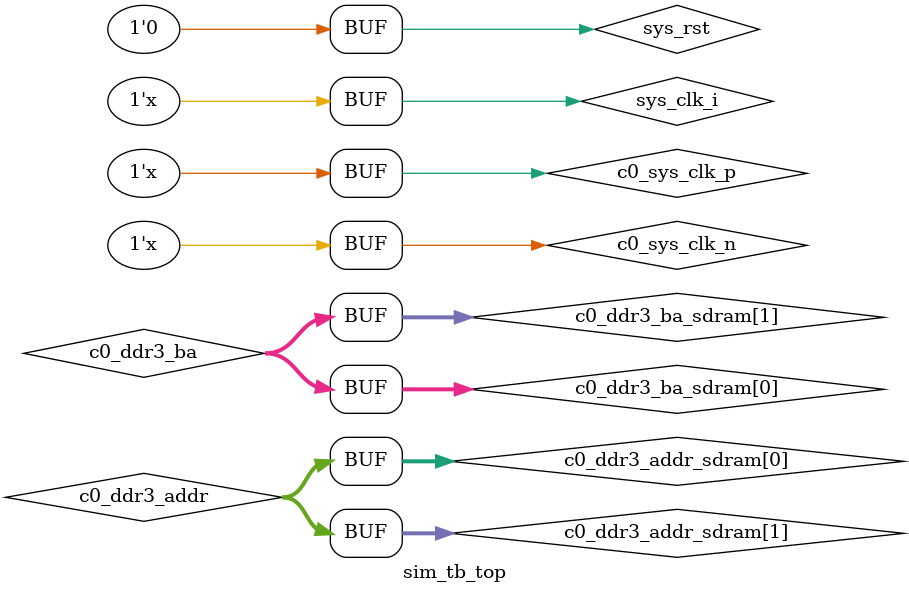
<source format=sv>


/******************************************************************************
// (c) Copyright 2013 - 2014 Xilinx, Inc. All rights reserved.
//
// This file contains confidential and proprietary information
// of Xilinx, Inc. and is protected under U.S. and
// international copyright and other intellectual property
// laws.
//
// DISCLAIMER
// This disclaimer is not a license and does not grant any
// rights to the materials distributed herewith. Except as
// otherwise provided in a valid license issued to you by
// Xilinx, and to the maximum extent permitted by applicable
// law: (1) THESE MATERIALS ARE MADE AVAILABLE "AS IS" AND
// WITH ALL FAULTS, AND XILINX HEREBY DISCLAIMS ALL WARRANTIES
// AND CONDITIONS, EXPRESS, IMPLIED, OR STATUTORY, INCLUDING
// BUT NOT LIMITED TO WARRANTIES OF MERCHANTABILITY, NON-
// INFRINGEMENT, OR FITNESS FOR ANY PARTICULAR PURPOSE; and
// (2) Xilinx shall not be liable (whether in contract or tort,
// including negligence, or under any other theory of
// liability) for any loss or damage of any kind or nature
// related to, arising under or in connection with these
// materials, including for any direct, or any indirect,
// special, incidental, or consequential loss or damage
// (including loss of data, profits, goodwill, or any type of
// loss or damage suffered as a result of any action brought
// by a third party) even if such damage or loss was
// reasonably foreseeable or Xilinx had been advised of the
// possibility of the same.
//
// CRITICAL APPLICATIONS
// Xilinx products are not designed or intended to be fail-
// safe, or for use in any application requiring fail-safe
// performance, such as life-support or safety devices or
// systems, Class III medical devices, nuclear facilities,
// applications related to the deployment of airbags, or any
// other applications that could lead to death, personal
// injury, or severe property or environmental damage
// (individually and collectively, "Critical
// Applications"). Customer assumes the sole risk and
// liability of any use of Xilinx products in Critical
// Applications, subject only to applicable laws and
// regulations governing limitations on product liability.
//
// THIS COPYRIGHT NOTICE AND DISCLAIMER MUST BE RETAINED AS
// PART OF THIS FILE AT ALL TIMES.
******************************************************************************/
//   ____  ____
//  /   /\/   /
// /___/  \  /    Vendor             : Xilinx
// \   \   \/     Version            : 1.0
//  \   \         Application        : MIG
//  /   /         Filename           : sim_tb_top.sv
// /___/   /\     Date Last Modified : $Date: 2014/09/03 $
// \   \  /  \    Date Created       : Thu Apr 18 2013
//  \___\/\___\
//
// Device           : UltraScale
// Design Name      : DDR3_SDRAM
// Purpose          :
//                   Top-level testbench for testing Memory interface.
//                   Instantiates:
//                     1. IP_TOP (top-level representing FPGA, contains core,
//                        clocking, built-in testbench/memory checker and other
//                        support structures)
//                     2. Memory Model
//                     3. Miscellaneous clock generation and reset logic
// Reference        :
// Revision History :
//*****************************************************************************

`timescale 1ps/1ps

`ifdef XILINX_SIMULATOR
module short(in1, in1);
inout in1;
endmodule
`endif

module sim_tb_top;

  localparam ADDR_WIDTH                = 16;
  localparam DQ_WIDTH                  = 64;
  localparam DQS_WIDTH                 = 8;
  localparam DM_WIDTH                  = 8;
  localparam DRAM_WIDTH                = 8;
  localparam RANK_WIDTH                = 1;
  localparam tCK                       = 1250 ; //DDR3 interface clock period in ps
  localparam real SYSCLK_PERIOD        = tCK;
  localparam NUM_PHYSICAL_PARTS        = (DQ_WIDTH/DRAM_WIDTH) ;
  parameter CS_WIDTH                   = 1;
  parameter ODT_WIDTH                  = 1;
  parameter CA_MIRROR                      = "OFF";

  localparam MRS                       = 3'b000;
  localparam REF                       = 3'b001;
  localparam PRE                       = 3'b010;
  localparam ACT                       = 3'b011;
  localparam WR                        = 3'b100;
  localparam RD                        = 3'b101;
  localparam ZQC                       = 3'b110;
  localparam NOP                       = 3'b111;

  //initial begin
  //   $shm_open("waves.shm");
  //   $shm_probe("ACMTF");
  //end

  reg                  sys_clk_i;
  reg                  sys_rst;

  wire                  c0_sys_clk_p;
  wire                  c0_sys_clk_n;

  wire  [15:0]          c0_ddr3_addr_sdram[1:0];
  wire  [2:0]          c0_ddr3_ba_sdram[1:0];

  wire  [15:0]          c0_ddr3_addr;
  wire  [2:0]          c0_ddr3_ba;
  wire                  c0_ddr3_ras_n;
  wire                  c0_ddr3_cas_n;
  wire                  c0_ddr3_we_n;
  wire  [0:0]          c0_ddr3_cke;
  wire  [0:0]          c0_ddr3_odt;
  wire  [0:0]          c0_ddr3_cs_n;

  wire  [0:0] c0_ddr3_ck_p_int;
  wire  [0:0] c0_ddr3_ck_n_int;

  wire  c0_ddr3_ck_p;
  wire  c0_ddr3_ck_n;
  wire                  c0_ddr3_reset_n;
  wire  [7:0]          c0_ddr3_dm;
  wire  [63:0]          c0_ddr3_dq;
  wire  [7:0]          c0_ddr3_dqs_n;
  wire  [7:0]          c0_ddr3_dqs_p;

  wire                      c0_init_calib_complete;
  wire                      c0_data_compare_error;

  reg  [31:0]          cmdName;

  // Input clock is assumed to be equal to the memory clock frequency
  // User should change the parameter as necessary if a different input
  // clock frequency is used
  localparam real CLKIN_PERIOD_NS = 10000 / 1000.0;

  //**************************************************************************//
  // Reset Generation
  //**************************************************************************//
  initial begin
     sys_rst = 1'b0;
     #200
     sys_rst = 1'b1;
     #200;
     sys_rst = 1'b0;
     #100;
  end

  //**************************************************************************//
  // Clock Generation
  //**************************************************************************//

  initial
    sys_clk_i = 1'b0;
  always
    sys_clk_i = #(10000/2.0) ~sys_clk_i;


  assign c0_sys_clk_p = sys_clk_i;
  assign c0_sys_clk_n = ~sys_clk_i;

  assign c0_ddr3_ck_p = c0_ddr3_ck_p_int[0];
  assign c0_ddr3_ck_n = c0_ddr3_ck_n_int[0];


  assign c0_ddr3_addr_sdram[0] = c0_ddr3_addr;

  assign c0_ddr3_addr_sdram[1] = (CA_MIRROR == "ON") ? 
  {c0_ddr3_addr[ADDR_WIDTH-1:9], 
  c0_ddr3_addr[7], c0_ddr3_addr[8], 
  c0_ddr3_addr[5], c0_ddr3_addr[6], 
  c0_ddr3_addr[3], c0_ddr3_addr[4], 
  c0_ddr3_addr[2:0]} : 
  c0_ddr3_addr; 
  
  assign c0_ddr3_ba_sdram[0] = c0_ddr3_ba; 
  
  assign c0_ddr3_ba_sdram[1] = (CA_MIRROR == "ON") ? 
  {c0_ddr3_ba[2], 
  c0_ddr3_ba[0], 
  c0_ddr3_ba[1]} : 
  c0_ddr3_ba;



  //===========================================================================
  //                         FPGA Memory Controller instantiation
  //===========================================================================

  example_top   u_example_top
    (
     .sys_rst           (sys_rst),
     .c0_data_compare_error     (c0_data_compare_error),
     .c0_init_calib_complete    (c0_init_calib_complete),

     .c0_sys_clk_p              (c0_sys_clk_p),
     .c0_sys_clk_n              (c0_sys_clk_n),

     .c0_ddr3_addr              (c0_ddr3_addr),
     .c0_ddr3_ba                (c0_ddr3_ba),
     .c0_ddr3_ras_n             (c0_ddr3_ras_n),
     .c0_ddr3_cas_n             (c0_ddr3_cas_n),
     .c0_ddr3_we_n              (c0_ddr3_we_n),
     .c0_ddr3_cke               (c0_ddr3_cke),
     .c0_ddr3_odt               (c0_ddr3_odt),
     .c0_ddr3_cs_n              (c0_ddr3_cs_n),
     .c0_ddr3_ck_p              (c0_ddr3_ck_p_int),
     .c0_ddr3_ck_n              (c0_ddr3_ck_n_int),
     .c0_ddr3_reset_n           (c0_ddr3_reset_n),
     .c0_ddr3_dm                (c0_ddr3_dm),
     .c0_ddr3_dq                (c0_ddr3_dq),
     .c0_ddr3_dqs_n             (c0_ddr3_dqs_n),
     .c0_ddr3_dqs_p             (c0_ddr3_dqs_p)
     );


always @(*)
  if (c0_ddr3_cs_n == 4'b1111) cmdName = "DSEL";
  else
  casez ({c0_ddr3_ras_n, c0_ddr3_cas_n, c0_ddr3_we_n})
    ACT:     cmdName = "ACT";
    MRS:     cmdName = "MRS";
    REF:     cmdName = "REF";
    PRE:     cmdName = "PRE";
    WR:      cmdName = "WR";
    RD:      cmdName = "RD";
    ZQC:     cmdName = "ZQC";
    NOP:     cmdName = "NOP";
   default:  cmdName = "***";
endcase


  //===========================================================================
  //                         Memory Model instantiation
  //===========================================================================

genvar r;
genvar i;
generate
  if (DRAM_WIDTH == 4) begin: mem_model_x4
    for (r = 0; r < RANK_WIDTH ; r=r+1) begin:memRank
    for (i = 0; i < (DQ_WIDTH/DRAM_WIDTH) ; i=i+1) begin:memModel
      ddr3 u_ddr3_x4 (
          .tdqs_n  ()
         ,.addr    (c0_ddr3_addr_sdram[r])
         ,.ba      (c0_ddr3_ba_sdram[r])
         ,.cas_n   (c0_ddr3_cas_n)
         ,.cke     (c0_ddr3_cke[r%2])
         ,.odt     (c0_ddr3_odt[r%2])
         ,.ras_n   (c0_ddr3_ras_n)
         ,.we_n    (c0_ddr3_we_n)
         ,.ck      (c0_ddr3_ck_p)
         ,.ck_n    (c0_ddr3_ck_n)
         ,.cs_n    (c0_ddr3_cs_n[r])
  
         ,.rst_n   (c0_ddr3_reset_n)
         ,.dm_tdqs (c0_ddr3_dm[i])
         ,.dq      (c0_ddr3_dq[i*4+:4])
         ,.dqs     (c0_ddr3_dqs_p[i])
         ,.dqs_n   (c0_ddr3_dqs_n[i])
      );
    end
    end
  end

  else if (DRAM_WIDTH == 8) begin: mem_model_x8
    for (r = 0; r < RANK_WIDTH ; r=r+1) begin:memRank
    for (i = 0; i < DQ_WIDTH/DRAM_WIDTH; i=i+1) begin:memModel
      ddr3 u_ddr3_x8 (
          .tdqs_n  ()

         ,.addr    (c0_ddr3_addr_sdram[r])
         ,.ba      (c0_ddr3_ba_sdram[r])
         ,.cas_n   (c0_ddr3_cas_n)
         ,.cke     (c0_ddr3_cke[r])
         ,.odt     (c0_ddr3_odt[r])
         ,.ras_n   (c0_ddr3_ras_n)
         ,.we_n    (c0_ddr3_we_n)

         ,.ck      (c0_ddr3_ck_p)
         ,.ck_n    (c0_ddr3_ck_n)
         ,.cs_n    (c0_ddr3_cs_n[r])
         ,.rst_n   (c0_ddr3_reset_n)
         ,.dm_tdqs (c0_ddr3_dm[i])
         ,.dq      (c0_ddr3_dq[i*8+:8])
         ,.dqs     (c0_ddr3_dqs_p[i])
         ,.dqs_n   (c0_ddr3_dqs_n[i])
      );
    end
    end
  end
  else begin: mem_model_x16
      if (DQ_WIDTH/16) begin: mem
    for (r = 0; r < RANK_WIDTH ; r=r+1) begin:memRank
        for (i = 0; i < (DQ_WIDTH/DRAM_WIDTH); i=i+1) begin:memModel
          ddr3 u_ddr3_x16 (
              .tdqs_n  ()

         ,.addr    (c0_ddr3_addr_sdram[r])
         ,.ba      (c0_ddr3_ba_sdram[r])
         ,.cas_n   (c0_ddr3_cas_n)
         ,.cke     (c0_ddr3_cke[r])
         ,.odt     (c0_ddr3_odt[r])
         ,.ras_n   (c0_ddr3_ras_n)
         ,.we_n    (c0_ddr3_we_n)
         ,.ck      (c0_ddr3_ck_p)
         ,.ck_n    (c0_ddr3_ck_n)
         ,.cs_n    (c0_ddr3_cs_n[r])
         ,.rst_n   (c0_ddr3_reset_n)

             ,.dm_tdqs (c0_ddr3_dm[(2*(i+1)-1):(2*i)])
             ,.dq      (c0_ddr3_dq[16*(i+1)-1:16*(i)])
             ,.dqs     (c0_ddr3_dqs_p[(2*(i+1)-1):(2*i)])
             ,.dqs_n   (c0_ddr3_dqs_n[(2*(i+1)-1):(2*i)])
          );
        end
        end
      end

      if (DQ_WIDTH%16) begin: mem_extra_bits
    for (r = 0; r < RANK_WIDTH ; r=r+1) begin:memRank
          ddr3 u_ddr3_x16 (
              .tdqs_n  ()

         ,.addr    (c0_ddr3_addr_sdram[r])
         ,.ba      (c0_ddr3_ba_sdram[r])
         ,.cas_n   (c0_ddr3_cas_n)
         ,.cke     (c0_ddr3_cke[r])
         ,.odt     (c0_ddr3_odt[r])
         ,.ras_n   (c0_ddr3_ras_n)
         ,.we_n    (c0_ddr3_we_n)
         ,.ck      (c0_ddr3_ck_p)
         ,.ck_n    (c0_ddr3_ck_n)
         ,.cs_n    (c0_ddr3_cs_n[r])
         ,.rst_n   (c0_ddr3_reset_n)

             ,.dm_tdqs ({ c0_ddr3_dm[DM_WIDTH-1],
                          c0_ddr3_dm[DM_WIDTH-1]})
             ,.dq      ({ c0_ddr3_dq[DQ_WIDTH-1:(DQ_WIDTH-8)],
                          c0_ddr3_dq[DQ_WIDTH-1:(DQ_WIDTH-8)]})
             ,.dqs     ({ c0_ddr3_dqs_p[DQS_WIDTH-1],
                          c0_ddr3_dqs_p[DQS_WIDTH-1]})
             ,.dqs_n   ({ c0_ddr3_dqs_n[DQS_WIDTH-1],
                          c0_ddr3_dqs_n[DQS_WIDTH-1]})
          );
      end
      end
  end
endgenerate

   
endmodule

</source>
